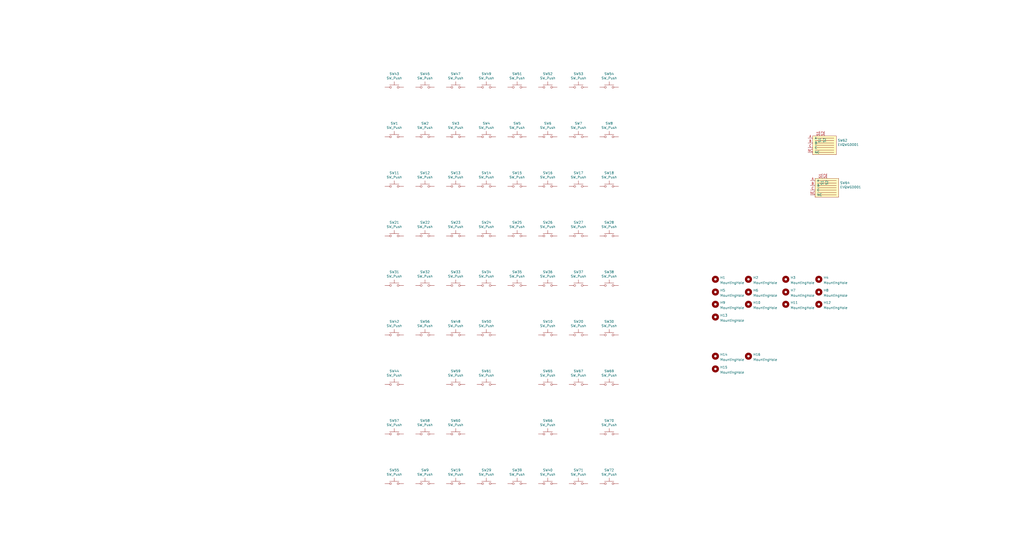
<source format=kicad_sch>
(kicad_sch (version 20211123) (generator eeschema)

  (uuid bd1a515a-f35c-47d5-a391-7c0aeef47fed)

  (paper "User" 550.799 300.38)

  (lib_symbols
    (symbol "Mechanical:MountingHole" (pin_names (offset 1.016)) (in_bom yes) (on_board yes)
      (property "Reference" "H" (id 0) (at 0 5.08 0)
        (effects (font (size 1.27 1.27)))
      )
      (property "Value" "MountingHole" (id 1) (at 0 3.175 0)
        (effects (font (size 1.27 1.27)))
      )
      (property "Footprint" "" (id 2) (at 0 0 0)
        (effects (font (size 1.27 1.27)) hide)
      )
      (property "Datasheet" "~" (id 3) (at 0 0 0)
        (effects (font (size 1.27 1.27)) hide)
      )
      (property "ki_keywords" "mounting hole" (id 4) (at 0 0 0)
        (effects (font (size 1.27 1.27)) hide)
      )
      (property "ki_description" "Mounting Hole without connection" (id 5) (at 0 0 0)
        (effects (font (size 1.27 1.27)) hide)
      )
      (property "ki_fp_filters" "MountingHole*" (id 6) (at 0 0 0)
        (effects (font (size 1.27 1.27)) hide)
      )
      (symbol "MountingHole_0_1"
        (circle (center 0 0) (radius 1.27)
          (stroke (width 1.27) (type default) (color 0 0 0 0))
          (fill (type none))
        )
      )
    )
    (symbol "Switch:SW_Push" (pin_numbers hide) (pin_names (offset 1.016) hide) (in_bom yes) (on_board yes)
      (property "Reference" "SW" (id 0) (at 1.27 2.54 0)
        (effects (font (size 1.27 1.27)) (justify left))
      )
      (property "Value" "SW_Push" (id 1) (at 0 -1.524 0)
        (effects (font (size 1.27 1.27)))
      )
      (property "Footprint" "" (id 2) (at 0 5.08 0)
        (effects (font (size 1.27 1.27)) hide)
      )
      (property "Datasheet" "~" (id 3) (at 0 5.08 0)
        (effects (font (size 1.27 1.27)) hide)
      )
      (property "ki_keywords" "switch normally-open pushbutton push-button" (id 4) (at 0 0 0)
        (effects (font (size 1.27 1.27)) hide)
      )
      (property "ki_description" "Push button switch, generic, two pins" (id 5) (at 0 0 0)
        (effects (font (size 1.27 1.27)) hide)
      )
      (symbol "SW_Push_0_1"
        (circle (center -2.032 0) (radius 0.508)
          (stroke (width 0) (type default) (color 0 0 0 0))
          (fill (type none))
        )
        (polyline
          (pts
            (xy 0 1.27)
            (xy 0 3.048)
          )
          (stroke (width 0) (type default) (color 0 0 0 0))
          (fill (type none))
        )
        (polyline
          (pts
            (xy 2.54 1.27)
            (xy -2.54 1.27)
          )
          (stroke (width 0) (type default) (color 0 0 0 0))
          (fill (type none))
        )
        (circle (center 2.032 0) (radius 0.508)
          (stroke (width 0) (type default) (color 0 0 0 0))
          (fill (type none))
        )
        (pin passive line (at -5.08 0 0) (length 2.54)
          (name "1" (effects (font (size 1.27 1.27))))
          (number "1" (effects (font (size 1.27 1.27))))
        )
        (pin passive line (at 5.08 0 180) (length 2.54)
          (name "2" (effects (font (size 1.27 1.27))))
          (number "2" (effects (font (size 1.27 1.27))))
        )
      )
    )
    (symbol "barobord:EVQWGD001" (pin_names (offset 1.016)) (in_bom yes) (on_board yes)
      (property "Reference" "SW" (id 0) (at 3.81 6.35 0)
        (effects (font (size 1.27 1.27)))
      )
      (property "Value" "EVQWGD001" (id 1) (at 0 -8.89 0)
        (effects (font (size 1.27 1.27)))
      )
      (property "Footprint" "" (id 2) (at 0 0 0)
        (effects (font (size 1.27 1.27)) hide)
      )
      (property "Datasheet" "" (id 3) (at 0 0 0)
        (effects (font (size 1.27 1.27)) hide)
      )
      (symbol "EVQWGD001_0_1"
        (rectangle (start -6.35 3.81) (end 6.35 -6.35)
          (stroke (width 0) (type default) (color 0 0 0 0))
          (fill (type background))
        )
        (polyline
          (pts
            (xy -5.08 -5.08)
            (xy 5.08 -5.08)
          )
          (stroke (width 0) (type default) (color 0 0 0 0))
          (fill (type none))
        )
        (polyline
          (pts
            (xy -5.08 -3.81)
            (xy 5.08 -3.81)
          )
          (stroke (width 0) (type default) (color 0 0 0 0))
          (fill (type none))
        )
        (polyline
          (pts
            (xy -5.08 -2.54)
            (xy 5.08 -2.54)
          )
          (stroke (width 0) (type default) (color 0 0 0 0))
          (fill (type none))
        )
        (polyline
          (pts
            (xy -5.08 -1.27)
            (xy 5.08 -1.27)
          )
          (stroke (width 0) (type default) (color 0 0 0 0))
          (fill (type none))
        )
        (polyline
          (pts
            (xy -5.08 0)
            (xy 5.08 0)
          )
          (stroke (width 0) (type default) (color 0 0 0 0))
          (fill (type none))
        )
        (polyline
          (pts
            (xy -5.08 1.27)
            (xy 5.08 1.27)
          )
          (stroke (width 0) (type default) (color 0 0 0 0))
          (fill (type none))
        )
        (polyline
          (pts
            (xy -5.08 2.54)
            (xy 5.08 2.54)
          )
          (stroke (width 0) (type default) (color 0 0 0 0))
          (fill (type none))
        )
      )
      (symbol "EVQWGD001_1_1"
        (pin output line (at -8.89 2.54 0) (length 2.54)
          (name "A" (effects (font (size 1.27 1.27))))
          (number "A" (effects (font (size 1.27 1.27))))
        )
        (pin output line (at -8.89 0 0) (length 2.54)
          (name "B" (effects (font (size 1.27 1.27))))
          (number "B" (effects (font (size 1.27 1.27))))
        )
        (pin passive line (at -8.89 -2.54 0) (length 2.54)
          (name "C" (effects (font (size 1.27 1.27))))
          (number "C" (effects (font (size 1.27 1.27))))
        )
        (pin unspecified line (at -8.89 -5.08 0) (length 2.54)
          (name "NC" (effects (font (size 1.27 1.27))))
          (number "NC" (effects (font (size 1.27 1.27))))
        )
        (pin output line (at -2.54 6.35 270) (length 2.54)
          (name "S1" (effects (font (size 1.27 1.27))))
          (number "S1" (effects (font (size 1.27 1.27))))
        )
        (pin output line (at 0 6.35 270) (length 2.54)
          (name "S2" (effects (font (size 1.27 1.27))))
          (number "S2" (effects (font (size 1.27 1.27))))
        )
      )
    )
  )


  (symbol (lib_id "Switch:SW_Push") (at 212.09 73.66 0) (unit 1)
    (in_bom yes) (on_board yes)
    (uuid 00000000-0000-0000-0000-000060ed53a1)
    (property "Reference" "SW1" (id 0) (at 212.09 66.421 0))
    (property "Value" "SW_Push" (id 1) (at 212.09 68.7324 0))
    (property "Footprint" "fingerpunch-plates:switch-cutout-mx" (id 2) (at 212.09 68.58 0)
      (effects (font (size 1.27 1.27)) hide)
    )
    (property "Datasheet" "~" (id 3) (at 212.09 68.58 0)
      (effects (font (size 1.27 1.27)) hide)
    )
    (pin "1" (uuid 5ae57012-51ce-4d66-bca0-2084b45cf5f0))
    (pin "2" (uuid 19ccb670-5668-4e29-b835-23783f6217ea))
  )

  (symbol (lib_id "Switch:SW_Push") (at 228.6 73.66 0) (unit 1)
    (in_bom yes) (on_board yes)
    (uuid 00000000-0000-0000-0000-000060ee975d)
    (property "Reference" "SW2" (id 0) (at 228.6 66.421 0))
    (property "Value" "SW_Push" (id 1) (at 228.6 68.7324 0))
    (property "Footprint" "fingerpunch-plates:switch-cutout-mx" (id 2) (at 228.6 68.58 0)
      (effects (font (size 1.27 1.27)) hide)
    )
    (property "Datasheet" "~" (id 3) (at 228.6 68.58 0)
      (effects (font (size 1.27 1.27)) hide)
    )
    (pin "1" (uuid 14868ea0-a602-4d81-a323-2a9c21f1e883))
    (pin "2" (uuid a48f89b9-db71-4d9c-b78e-ab1790c0f4ce))
  )

  (symbol (lib_id "Switch:SW_Push") (at 245.11 73.66 0) (unit 1)
    (in_bom yes) (on_board yes)
    (uuid 00000000-0000-0000-0000-000060eed265)
    (property "Reference" "SW3" (id 0) (at 245.11 66.421 0))
    (property "Value" "SW_Push" (id 1) (at 245.11 68.7324 0))
    (property "Footprint" "fingerpunch-plates:switch-cutout-mx" (id 2) (at 245.11 68.58 0)
      (effects (font (size 1.27 1.27)) hide)
    )
    (property "Datasheet" "~" (id 3) (at 245.11 68.58 0)
      (effects (font (size 1.27 1.27)) hide)
    )
    (pin "1" (uuid 8681a1c0-67db-4247-9b9f-e63617e5c82b))
    (pin "2" (uuid e1a59803-3326-479d-b40d-5cf23a4bd5db))
  )

  (symbol (lib_id "Switch:SW_Push") (at 261.62 73.66 0) (unit 1)
    (in_bom yes) (on_board yes)
    (uuid 00000000-0000-0000-0000-000060eed275)
    (property "Reference" "SW4" (id 0) (at 261.62 66.421 0))
    (property "Value" "SW_Push" (id 1) (at 261.62 68.7324 0))
    (property "Footprint" "fingerpunch-plates:switch-cutout-mx" (id 2) (at 261.62 68.58 0)
      (effects (font (size 1.27 1.27)) hide)
    )
    (property "Datasheet" "~" (id 3) (at 261.62 68.58 0)
      (effects (font (size 1.27 1.27)) hide)
    )
    (pin "1" (uuid e95cd8a2-7e8d-4844-b830-6c7d49490628))
    (pin "2" (uuid 34bbbb93-2dc9-434b-be81-168e8e3c6649))
  )

  (symbol (lib_id "Switch:SW_Push") (at 278.13 73.66 0) (unit 1)
    (in_bom yes) (on_board yes)
    (uuid 00000000-0000-0000-0000-000060ef09f2)
    (property "Reference" "SW5" (id 0) (at 278.13 66.421 0))
    (property "Value" "SW_Push" (id 1) (at 278.13 68.7324 0))
    (property "Footprint" "fingerpunch-plates:switch-cutout-mx" (id 2) (at 278.13 68.58 0)
      (effects (font (size 1.27 1.27)) hide)
    )
    (property "Datasheet" "~" (id 3) (at 278.13 68.58 0)
      (effects (font (size 1.27 1.27)) hide)
    )
    (pin "1" (uuid 2a66bdd9-8d39-4483-9e0e-da36fc73e81f))
    (pin "2" (uuid b8e4a27c-89c8-44f9-964a-aabc1dbbab0c))
  )

  (symbol (lib_id "Switch:SW_Push") (at 294.64 73.66 0) (unit 1)
    (in_bom yes) (on_board yes)
    (uuid 00000000-0000-0000-0000-000060ef0a02)
    (property "Reference" "SW6" (id 0) (at 294.64 66.421 0))
    (property "Value" "SW_Push" (id 1) (at 294.64 68.7324 0))
    (property "Footprint" "fingerpunch-plates:switch-cutout-mx" (id 2) (at 294.64 68.58 0)
      (effects (font (size 1.27 1.27)) hide)
    )
    (property "Datasheet" "~" (id 3) (at 294.64 68.58 0)
      (effects (font (size 1.27 1.27)) hide)
    )
    (pin "1" (uuid 7af9c542-9fd6-4924-ba22-c8ff36ea5943))
    (pin "2" (uuid 109cdc50-8b27-42b8-8467-6c1e27fef058))
  )

  (symbol (lib_id "Switch:SW_Push") (at 212.09 100.33 0) (unit 1)
    (in_bom yes) (on_board yes)
    (uuid 00000000-0000-0000-0000-000060ef4e18)
    (property "Reference" "SW11" (id 0) (at 212.09 93.091 0))
    (property "Value" "SW_Push" (id 1) (at 212.09 95.4024 0))
    (property "Footprint" "fingerpunch-plates:switch-cutout-mx" (id 2) (at 212.09 95.25 0)
      (effects (font (size 1.27 1.27)) hide)
    )
    (property "Datasheet" "~" (id 3) (at 212.09 95.25 0)
      (effects (font (size 1.27 1.27)) hide)
    )
    (pin "1" (uuid cf0f9a29-fb03-4192-94be-08f4a435b9ca))
    (pin "2" (uuid 52e2d47c-830b-456e-9e73-01cb6fd40b47))
  )

  (symbol (lib_id "Switch:SW_Push") (at 228.6 100.33 0) (unit 1)
    (in_bom yes) (on_board yes)
    (uuid 00000000-0000-0000-0000-000060ef4e28)
    (property "Reference" "SW12" (id 0) (at 228.6 93.091 0))
    (property "Value" "SW_Push" (id 1) (at 228.6 95.4024 0))
    (property "Footprint" "fingerpunch-plates:switch-cutout-mx" (id 2) (at 228.6 95.25 0)
      (effects (font (size 1.27 1.27)) hide)
    )
    (property "Datasheet" "~" (id 3) (at 228.6 95.25 0)
      (effects (font (size 1.27 1.27)) hide)
    )
    (pin "1" (uuid ad7cfc78-c190-434c-9213-48aa26b5280b))
    (pin "2" (uuid b86d89f5-e020-4fdb-b51c-f3dc74a1f3c4))
  )

  (symbol (lib_id "Switch:SW_Push") (at 245.11 100.33 0) (unit 1)
    (in_bom yes) (on_board yes)
    (uuid 00000000-0000-0000-0000-000060ef914b)
    (property "Reference" "SW13" (id 0) (at 245.11 93.091 0))
    (property "Value" "SW_Push" (id 1) (at 245.11 95.4024 0))
    (property "Footprint" "fingerpunch-plates:switch-cutout-mx" (id 2) (at 245.11 95.25 0)
      (effects (font (size 1.27 1.27)) hide)
    )
    (property "Datasheet" "~" (id 3) (at 245.11 95.25 0)
      (effects (font (size 1.27 1.27)) hide)
    )
    (pin "1" (uuid c2a55bf3-20b5-44f0-8f23-ae9a2e3acc23))
    (pin "2" (uuid 2a0f53a2-f312-4670-ac85-96807affa62d))
  )

  (symbol (lib_id "Switch:SW_Push") (at 261.62 100.33 0) (unit 1)
    (in_bom yes) (on_board yes)
    (uuid 00000000-0000-0000-0000-000060ef915b)
    (property "Reference" "SW14" (id 0) (at 261.62 93.091 0))
    (property "Value" "SW_Push" (id 1) (at 261.62 95.4024 0))
    (property "Footprint" "fingerpunch-plates:switch-cutout-mx" (id 2) (at 261.62 95.25 0)
      (effects (font (size 1.27 1.27)) hide)
    )
    (property "Datasheet" "~" (id 3) (at 261.62 95.25 0)
      (effects (font (size 1.27 1.27)) hide)
    )
    (pin "1" (uuid 098af292-5818-459a-839e-29ab76535d90))
    (pin "2" (uuid 17d8a238-0358-4b18-9318-cebc4c8a9ded))
  )

  (symbol (lib_id "Switch:SW_Push") (at 278.13 100.33 0) (unit 1)
    (in_bom yes) (on_board yes)
    (uuid 00000000-0000-0000-0000-000060efe98f)
    (property "Reference" "SW15" (id 0) (at 278.13 93.091 0))
    (property "Value" "SW_Push" (id 1) (at 278.13 95.4024 0))
    (property "Footprint" "fingerpunch-plates:switch-cutout-mx" (id 2) (at 278.13 95.25 0)
      (effects (font (size 1.27 1.27)) hide)
    )
    (property "Datasheet" "~" (id 3) (at 278.13 95.25 0)
      (effects (font (size 1.27 1.27)) hide)
    )
    (pin "1" (uuid 74856fbb-d73a-4c44-bb11-65127521df7f))
    (pin "2" (uuid 4065816e-4781-41a6-872f-d62deab015e1))
  )

  (symbol (lib_id "Switch:SW_Push") (at 294.64 100.33 0) (unit 1)
    (in_bom yes) (on_board yes)
    (uuid 00000000-0000-0000-0000-000060efe99f)
    (property "Reference" "SW16" (id 0) (at 294.64 93.091 0))
    (property "Value" "SW_Push" (id 1) (at 294.64 95.4024 0))
    (property "Footprint" "fingerpunch-plates:switch-cutout-mx" (id 2) (at 294.64 95.25 0)
      (effects (font (size 1.27 1.27)) hide)
    )
    (property "Datasheet" "~" (id 3) (at 294.64 95.25 0)
      (effects (font (size 1.27 1.27)) hide)
    )
    (pin "1" (uuid 61d7edd6-e617-44b7-8ede-104b2af43d26))
    (pin "2" (uuid 4e8ebe59-1cfa-4805-9352-228ccdb1548c))
  )

  (symbol (lib_id "Switch:SW_Push") (at 212.09 127 0) (unit 1)
    (in_bom yes) (on_board yes)
    (uuid 00000000-0000-0000-0000-000060f037b7)
    (property "Reference" "SW21" (id 0) (at 212.09 119.761 0))
    (property "Value" "SW_Push" (id 1) (at 212.09 122.0724 0))
    (property "Footprint" "fingerpunch-plates:switch-cutout-mx" (id 2) (at 212.09 121.92 0)
      (effects (font (size 1.27 1.27)) hide)
    )
    (property "Datasheet" "~" (id 3) (at 212.09 121.92 0)
      (effects (font (size 1.27 1.27)) hide)
    )
    (pin "1" (uuid 92ee6a41-c5f0-4193-bc4f-c1f08e916967))
    (pin "2" (uuid 8f028e80-14cc-49b6-96bd-ff54a0388f1b))
  )

  (symbol (lib_id "Switch:SW_Push") (at 228.6 127 0) (unit 1)
    (in_bom yes) (on_board yes)
    (uuid 00000000-0000-0000-0000-000060f037c7)
    (property "Reference" "SW22" (id 0) (at 228.6 119.761 0))
    (property "Value" "SW_Push" (id 1) (at 228.6 122.0724 0))
    (property "Footprint" "fingerpunch-plates:switch-cutout-mx" (id 2) (at 228.6 121.92 0)
      (effects (font (size 1.27 1.27)) hide)
    )
    (property "Datasheet" "~" (id 3) (at 228.6 121.92 0)
      (effects (font (size 1.27 1.27)) hide)
    )
    (pin "1" (uuid 551e819e-a3a1-4f97-9ea7-268e65b12145))
    (pin "2" (uuid 0743c1ab-03ff-4975-b08c-1dd02b1653fe))
  )

  (symbol (lib_id "Switch:SW_Push") (at 245.11 127 0) (unit 1)
    (in_bom yes) (on_board yes)
    (uuid 00000000-0000-0000-0000-000060f08376)
    (property "Reference" "SW23" (id 0) (at 245.11 119.761 0))
    (property "Value" "SW_Push" (id 1) (at 245.11 122.0724 0))
    (property "Footprint" "fingerpunch-plates:switch-cutout-mx" (id 2) (at 245.11 121.92 0)
      (effects (font (size 1.27 1.27)) hide)
    )
    (property "Datasheet" "~" (id 3) (at 245.11 121.92 0)
      (effects (font (size 1.27 1.27)) hide)
    )
    (pin "1" (uuid 19523960-b441-4987-8ef0-75cd10ba5510))
    (pin "2" (uuid 8d598730-35a5-499f-b0ca-b1895e64cffb))
  )

  (symbol (lib_id "Switch:SW_Push") (at 261.62 127 0) (unit 1)
    (in_bom yes) (on_board yes)
    (uuid 00000000-0000-0000-0000-000060f08386)
    (property "Reference" "SW24" (id 0) (at 261.62 119.761 0))
    (property "Value" "SW_Push" (id 1) (at 261.62 122.0724 0))
    (property "Footprint" "fingerpunch-plates:switch-cutout-mx" (id 2) (at 261.62 121.92 0)
      (effects (font (size 1.27 1.27)) hide)
    )
    (property "Datasheet" "~" (id 3) (at 261.62 121.92 0)
      (effects (font (size 1.27 1.27)) hide)
    )
    (pin "1" (uuid 8bb737fc-d71b-42aa-bc08-964ec93d8524))
    (pin "2" (uuid 0b251d52-7f70-4f7a-bd79-0dd6768413b2))
  )

  (symbol (lib_id "Switch:SW_Push") (at 278.13 127 0) (unit 1)
    (in_bom yes) (on_board yes)
    (uuid 00000000-0000-0000-0000-000060f0de0f)
    (property "Reference" "SW25" (id 0) (at 278.13 119.761 0))
    (property "Value" "SW_Push" (id 1) (at 278.13 122.0724 0))
    (property "Footprint" "fingerpunch-plates:switch-cutout-mx" (id 2) (at 278.13 121.92 0)
      (effects (font (size 1.27 1.27)) hide)
    )
    (property "Datasheet" "~" (id 3) (at 278.13 121.92 0)
      (effects (font (size 1.27 1.27)) hide)
    )
    (pin "1" (uuid e4e13ab7-7ac8-43ab-85b9-21fc58124a08))
    (pin "2" (uuid 442495ba-2cf8-47c1-98be-901ffd0365ca))
  )

  (symbol (lib_id "Switch:SW_Push") (at 294.64 127 0) (unit 1)
    (in_bom yes) (on_board yes)
    (uuid 00000000-0000-0000-0000-000060f0de1f)
    (property "Reference" "SW26" (id 0) (at 294.64 119.761 0))
    (property "Value" "SW_Push" (id 1) (at 294.64 122.0724 0))
    (property "Footprint" "fingerpunch-plates:switch-cutout-mx" (id 2) (at 294.64 121.92 0)
      (effects (font (size 1.27 1.27)) hide)
    )
    (property "Datasheet" "~" (id 3) (at 294.64 121.92 0)
      (effects (font (size 1.27 1.27)) hide)
    )
    (pin "1" (uuid c246a09c-64aa-4397-a28c-806a2e94321b))
    (pin "2" (uuid 8e42af9e-b162-46ca-b708-59dcd6ee8771))
  )

  (symbol (lib_id "Switch:SW_Push") (at 212.09 153.67 0) (unit 1)
    (in_bom yes) (on_board yes)
    (uuid 00000000-0000-0000-0000-000060f13609)
    (property "Reference" "SW31" (id 0) (at 212.09 146.431 0))
    (property "Value" "SW_Push" (id 1) (at 212.09 148.7424 0))
    (property "Footprint" "fingerpunch-plates:switch-cutout-mx" (id 2) (at 212.09 148.59 0)
      (effects (font (size 1.27 1.27)) hide)
    )
    (property "Datasheet" "~" (id 3) (at 212.09 148.59 0)
      (effects (font (size 1.27 1.27)) hide)
    )
    (pin "1" (uuid b778b949-2264-45c6-9d38-860c9f9e8304))
    (pin "2" (uuid 29450a95-2e24-4bd7-910e-24ae7209d2a8))
  )

  (symbol (lib_id "Switch:SW_Push") (at 228.6 153.67 0) (unit 1)
    (in_bom yes) (on_board yes)
    (uuid 00000000-0000-0000-0000-000060f13619)
    (property "Reference" "SW32" (id 0) (at 228.6 146.431 0))
    (property "Value" "SW_Push" (id 1) (at 228.6 148.7424 0))
    (property "Footprint" "fingerpunch-plates:switch-cutout-mx" (id 2) (at 228.6 148.59 0)
      (effects (font (size 1.27 1.27)) hide)
    )
    (property "Datasheet" "~" (id 3) (at 228.6 148.59 0)
      (effects (font (size 1.27 1.27)) hide)
    )
    (pin "1" (uuid 763cb883-d4fe-40f1-9052-d9d47f52cfe2))
    (pin "2" (uuid 12dab461-a5c5-4212-a2b5-70fbe1fdb91b))
  )

  (symbol (lib_id "Switch:SW_Push") (at 245.11 153.67 0) (unit 1)
    (in_bom yes) (on_board yes)
    (uuid 00000000-0000-0000-0000-000060f1885d)
    (property "Reference" "SW33" (id 0) (at 245.11 146.431 0))
    (property "Value" "SW_Push" (id 1) (at 245.11 148.7424 0))
    (property "Footprint" "fingerpunch-plates:switch-cutout-mx" (id 2) (at 245.11 148.59 0)
      (effects (font (size 1.27 1.27)) hide)
    )
    (property "Datasheet" "~" (id 3) (at 245.11 148.59 0)
      (effects (font (size 1.27 1.27)) hide)
    )
    (pin "1" (uuid f2e4811e-aef3-4fb9-928d-e923392c8567))
    (pin "2" (uuid 51ad97f4-d174-4115-a71a-292169b3bf40))
  )

  (symbol (lib_id "Switch:SW_Push") (at 261.62 153.67 0) (unit 1)
    (in_bom yes) (on_board yes)
    (uuid 00000000-0000-0000-0000-000060f1886d)
    (property "Reference" "SW34" (id 0) (at 261.62 146.431 0))
    (property "Value" "SW_Push" (id 1) (at 261.62 148.7424 0))
    (property "Footprint" "fingerpunch-plates:switch-cutout-mx" (id 2) (at 261.62 148.59 0)
      (effects (font (size 1.27 1.27)) hide)
    )
    (property "Datasheet" "~" (id 3) (at 261.62 148.59 0)
      (effects (font (size 1.27 1.27)) hide)
    )
    (pin "1" (uuid ee78737e-07e8-4f92-be50-68aa3b6070af))
    (pin "2" (uuid e754eb12-a7c7-4206-9892-892b849db541))
  )

  (symbol (lib_id "Switch:SW_Push") (at 278.13 153.67 0) (unit 1)
    (in_bom yes) (on_board yes)
    (uuid 00000000-0000-0000-0000-000060f1dd2d)
    (property "Reference" "SW35" (id 0) (at 278.13 146.431 0))
    (property "Value" "SW_Push" (id 1) (at 278.13 148.7424 0))
    (property "Footprint" "fingerpunch-plates:switch-cutout-mx" (id 2) (at 278.13 148.59 0)
      (effects (font (size 1.27 1.27)) hide)
    )
    (property "Datasheet" "~" (id 3) (at 278.13 148.59 0)
      (effects (font (size 1.27 1.27)) hide)
    )
    (pin "1" (uuid 7ca25c87-a2ba-4134-a262-08d8673c47d5))
    (pin "2" (uuid 318134b4-c667-4819-a21e-cb4d7959b206))
  )

  (symbol (lib_id "Switch:SW_Push") (at 294.64 153.67 0) (unit 1)
    (in_bom yes) (on_board yes)
    (uuid 00000000-0000-0000-0000-000060f1dd3d)
    (property "Reference" "SW36" (id 0) (at 294.64 146.431 0))
    (property "Value" "SW_Push" (id 1) (at 294.64 148.7424 0))
    (property "Footprint" "fingerpunch-plates:switch-cutout-mx" (id 2) (at 294.64 148.59 0)
      (effects (font (size 1.27 1.27)) hide)
    )
    (property "Datasheet" "~" (id 3) (at 294.64 148.59 0)
      (effects (font (size 1.27 1.27)) hide)
    )
    (pin "1" (uuid 4054ecfa-5dac-4b21-a899-c87f030811bc))
    (pin "2" (uuid abc1270f-e565-4aae-8bed-fe80ce10ae83))
  )

  (symbol (lib_id "Switch:SW_Push") (at 311.15 73.66 0) (unit 1)
    (in_bom yes) (on_board yes)
    (uuid 00000000-0000-0000-0000-000060f79c1f)
    (property "Reference" "SW7" (id 0) (at 311.15 66.421 0))
    (property "Value" "SW_Push" (id 1) (at 311.15 68.7324 0))
    (property "Footprint" "fingerpunch-plates:switch-cutout-mx" (id 2) (at 311.15 68.58 0)
      (effects (font (size 1.27 1.27)) hide)
    )
    (property "Datasheet" "~" (id 3) (at 311.15 68.58 0)
      (effects (font (size 1.27 1.27)) hide)
    )
    (pin "1" (uuid 16473460-f314-468b-8e8f-fa0ec6c29dcb))
    (pin "2" (uuid 46fb18ea-d52b-4993-af6f-e1105cfc7983))
  )

  (symbol (lib_id "Switch:SW_Push") (at 311.15 100.33 0) (unit 1)
    (in_bom yes) (on_board yes)
    (uuid 00000000-0000-0000-0000-000060f79c2f)
    (property "Reference" "SW17" (id 0) (at 311.15 93.091 0))
    (property "Value" "SW_Push" (id 1) (at 311.15 95.4024 0))
    (property "Footprint" "fingerpunch-plates:switch-cutout-mx" (id 2) (at 311.15 95.25 0)
      (effects (font (size 1.27 1.27)) hide)
    )
    (property "Datasheet" "~" (id 3) (at 311.15 95.25 0)
      (effects (font (size 1.27 1.27)) hide)
    )
    (pin "1" (uuid 7b74f1c6-7800-42bb-86a6-590539e2514b))
    (pin "2" (uuid c7909175-819b-4de8-810d-7a69c277daf6))
  )

  (symbol (lib_id "Switch:SW_Push") (at 311.15 127 0) (unit 1)
    (in_bom yes) (on_board yes)
    (uuid 00000000-0000-0000-0000-000060f79c3f)
    (property "Reference" "SW27" (id 0) (at 311.15 119.761 0))
    (property "Value" "SW_Push" (id 1) (at 311.15 122.0724 0))
    (property "Footprint" "fingerpunch-plates:switch-cutout-mx" (id 2) (at 311.15 121.92 0)
      (effects (font (size 1.27 1.27)) hide)
    )
    (property "Datasheet" "~" (id 3) (at 311.15 121.92 0)
      (effects (font (size 1.27 1.27)) hide)
    )
    (pin "1" (uuid 1104701e-075d-4911-bc1b-30910d64148e))
    (pin "2" (uuid 9785f758-72a8-407b-8237-ac7d216fbe1d))
  )

  (symbol (lib_id "Switch:SW_Push") (at 311.15 153.67 0) (unit 1)
    (in_bom yes) (on_board yes)
    (uuid 00000000-0000-0000-0000-000060f79c4f)
    (property "Reference" "SW37" (id 0) (at 311.15 146.431 0))
    (property "Value" "SW_Push" (id 1) (at 311.15 148.7424 0))
    (property "Footprint" "fingerpunch-plates:switch-cutout-mx" (id 2) (at 311.15 148.59 0)
      (effects (font (size 1.27 1.27)) hide)
    )
    (property "Datasheet" "~" (id 3) (at 311.15 148.59 0)
      (effects (font (size 1.27 1.27)) hide)
    )
    (pin "1" (uuid cb0b113f-e91e-4c6c-8da2-b4853157fa94))
    (pin "2" (uuid 9a9721c4-ef37-4bad-877a-01fa5827d692))
  )

  (symbol (lib_id "Switch:SW_Push") (at 327.66 73.66 0) (unit 1)
    (in_bom yes) (on_board yes)
    (uuid 00000000-0000-0000-0000-000060fba94a)
    (property "Reference" "SW8" (id 0) (at 327.66 66.421 0))
    (property "Value" "SW_Push" (id 1) (at 327.66 68.7324 0))
    (property "Footprint" "fingerpunch-plates:switch-cutout-mx" (id 2) (at 327.66 68.58 0)
      (effects (font (size 1.27 1.27)) hide)
    )
    (property "Datasheet" "~" (id 3) (at 327.66 68.58 0)
      (effects (font (size 1.27 1.27)) hide)
    )
    (pin "1" (uuid 381ff17a-99ad-4faf-9389-e1e56a0b0e7b))
    (pin "2" (uuid ee766b30-82fc-465d-b3dc-1503eb1d6d0d))
  )

  (symbol (lib_id "Switch:SW_Push") (at 327.66 100.33 0) (unit 1)
    (in_bom yes) (on_board yes)
    (uuid 00000000-0000-0000-0000-000060fba959)
    (property "Reference" "SW18" (id 0) (at 327.66 93.091 0))
    (property "Value" "SW_Push" (id 1) (at 327.66 95.4024 0))
    (property "Footprint" "fingerpunch-plates:switch-cutout-mx" (id 2) (at 327.66 95.25 0)
      (effects (font (size 1.27 1.27)) hide)
    )
    (property "Datasheet" "~" (id 3) (at 327.66 95.25 0)
      (effects (font (size 1.27 1.27)) hide)
    )
    (pin "1" (uuid 07a9f6ed-ca9e-4526-b95f-d7487693fe67))
    (pin "2" (uuid 67174af9-75af-498b-8eef-a2884f966ba3))
  )

  (symbol (lib_id "Switch:SW_Push") (at 327.66 127 0) (unit 1)
    (in_bom yes) (on_board yes)
    (uuid 00000000-0000-0000-0000-000060fba968)
    (property "Reference" "SW28" (id 0) (at 327.66 119.761 0))
    (property "Value" "SW_Push" (id 1) (at 327.66 122.0724 0))
    (property "Footprint" "fingerpunch-plates:switch-cutout-mx" (id 2) (at 327.66 121.92 0)
      (effects (font (size 1.27 1.27)) hide)
    )
    (property "Datasheet" "~" (id 3) (at 327.66 121.92 0)
      (effects (font (size 1.27 1.27)) hide)
    )
    (pin "1" (uuid b26a2117-fb54-4d32-86cf-55ca500ba9e4))
    (pin "2" (uuid f521aeef-f37b-4976-8d44-ffb93b673ba2))
  )

  (symbol (lib_id "Switch:SW_Push") (at 327.66 153.67 0) (unit 1)
    (in_bom yes) (on_board yes)
    (uuid 00000000-0000-0000-0000-000060fba977)
    (property "Reference" "SW38" (id 0) (at 327.66 146.431 0))
    (property "Value" "SW_Push" (id 1) (at 327.66 148.7424 0))
    (property "Footprint" "fingerpunch-plates:switch-cutout-mx" (id 2) (at 327.66 148.59 0)
      (effects (font (size 1.27 1.27)) hide)
    )
    (property "Datasheet" "~" (id 3) (at 327.66 148.59 0)
      (effects (font (size 1.27 1.27)) hide)
    )
    (pin "1" (uuid 0637c561-2995-4e3a-b6df-9fe24500be58))
    (pin "2" (uuid be645469-0135-4d51-9236-bb6ed7c141ee))
  )

  (symbol (lib_id "Switch:SW_Push") (at 228.6 260.35 0) (unit 1)
    (in_bom yes) (on_board yes)
    (uuid 00000000-0000-0000-0000-000060fd786b)
    (property "Reference" "SW9" (id 0) (at 228.6 253.111 0))
    (property "Value" "SW_Push" (id 1) (at 228.6 255.4224 0))
    (property "Footprint" "fingerpunch-plates:switch-cutout-mx" (id 2) (at 228.6 255.27 0)
      (effects (font (size 1.27 1.27)) hide)
    )
    (property "Datasheet" "~" (id 3) (at 228.6 255.27 0)
      (effects (font (size 1.27 1.27)) hide)
    )
    (pin "1" (uuid d97056c1-4c44-4cb8-abe5-6b071629acc6))
    (pin "2" (uuid 22906027-f0a9-4841-a164-7f8f9c697006))
  )

  (symbol (lib_id "Switch:SW_Push") (at 245.11 260.35 0) (unit 1)
    (in_bom yes) (on_board yes)
    (uuid 00000000-0000-0000-0000-000060fd787a)
    (property "Reference" "SW19" (id 0) (at 245.11 253.111 0))
    (property "Value" "SW_Push" (id 1) (at 245.11 255.4224 0))
    (property "Footprint" "fingerpunch-plates:switch-cutout-mx" (id 2) (at 245.11 255.27 0)
      (effects (font (size 1.27 1.27)) hide)
    )
    (property "Datasheet" "~" (id 3) (at 245.11 255.27 0)
      (effects (font (size 1.27 1.27)) hide)
    )
    (pin "1" (uuid 602db505-7b38-44d2-9862-19f56f8f3711))
    (pin "2" (uuid c722d642-4822-4510-aaae-521ccb7bac33))
  )

  (symbol (lib_id "Switch:SW_Push") (at 261.62 260.35 0) (unit 1)
    (in_bom yes) (on_board yes)
    (uuid 00000000-0000-0000-0000-000060fd7889)
    (property "Reference" "SW29" (id 0) (at 261.62 253.111 0))
    (property "Value" "SW_Push" (id 1) (at 261.62 255.4224 0))
    (property "Footprint" "fingerpunch-plates:switch-cutout-mx" (id 2) (at 261.62 255.27 0)
      (effects (font (size 1.27 1.27)) hide)
    )
    (property "Datasheet" "~" (id 3) (at 261.62 255.27 0)
      (effects (font (size 1.27 1.27)) hide)
    )
    (pin "1" (uuid 0909fa62-d2ed-4991-b5ca-f0fa60404f96))
    (pin "2" (uuid 56558d4e-0241-43b3-ac11-9054acd13c68))
  )

  (symbol (lib_id "Switch:SW_Push") (at 278.13 260.35 0) (unit 1)
    (in_bom yes) (on_board yes)
    (uuid 00000000-0000-0000-0000-000060fd7898)
    (property "Reference" "SW39" (id 0) (at 278.13 253.111 0))
    (property "Value" "SW_Push" (id 1) (at 278.13 255.4224 0))
    (property "Footprint" "fingerpunch-plates:switch-cutout-mx" (id 2) (at 278.13 255.27 0)
      (effects (font (size 1.27 1.27)) hide)
    )
    (property "Datasheet" "~" (id 3) (at 278.13 255.27 0)
      (effects (font (size 1.27 1.27)) hide)
    )
    (pin "1" (uuid e01a063e-349e-42a2-a35b-2c580174878c))
    (pin "2" (uuid 5a493498-7d0a-4ed8-84f1-e7df9fec14ca))
  )

  (symbol (lib_id "Switch:SW_Push") (at 294.64 180.34 0) (unit 1)
    (in_bom yes) (on_board yes)
    (uuid 00000000-0000-0000-0000-000060fe2b11)
    (property "Reference" "SW10" (id 0) (at 294.64 173.101 0))
    (property "Value" "SW_Push" (id 1) (at 294.64 175.4124 0))
    (property "Footprint" "fingerpunch-plates:switch-cutout-mx" (id 2) (at 294.64 175.26 0)
      (effects (font (size 1.27 1.27)) hide)
    )
    (property "Datasheet" "~" (id 3) (at 294.64 175.26 0)
      (effects (font (size 1.27 1.27)) hide)
    )
    (pin "1" (uuid 3a6d0159-a3cd-4a80-94f6-ab98735a5db9))
    (pin "2" (uuid 5dadeffd-d58d-4d6c-bd2d-952d3d8ecff2))
  )

  (symbol (lib_id "Switch:SW_Push") (at 311.15 180.34 0) (unit 1)
    (in_bom yes) (on_board yes)
    (uuid 00000000-0000-0000-0000-000060fe2b20)
    (property "Reference" "SW20" (id 0) (at 311.15 173.101 0))
    (property "Value" "SW_Push" (id 1) (at 311.15 175.4124 0))
    (property "Footprint" "fingerpunch-plates:switch-cutout-mx" (id 2) (at 311.15 175.26 0)
      (effects (font (size 1.27 1.27)) hide)
    )
    (property "Datasheet" "~" (id 3) (at 311.15 175.26 0)
      (effects (font (size 1.27 1.27)) hide)
    )
    (pin "1" (uuid 50ae23b6-561c-45db-9a28-3bbbe83a2dcb))
    (pin "2" (uuid b7a05e9d-bcf6-4449-9ba2-138733372a9a))
  )

  (symbol (lib_id "Switch:SW_Push") (at 327.66 180.34 0) (unit 1)
    (in_bom yes) (on_board yes)
    (uuid 00000000-0000-0000-0000-000060fe2b2f)
    (property "Reference" "SW30" (id 0) (at 327.66 173.101 0))
    (property "Value" "SW_Push" (id 1) (at 327.66 175.4124 0))
    (property "Footprint" "fingerpunch-plates:switch-cutout-mx" (id 2) (at 327.66 175.26 0)
      (effects (font (size 1.27 1.27)) hide)
    )
    (property "Datasheet" "~" (id 3) (at 327.66 175.26 0)
      (effects (font (size 1.27 1.27)) hide)
    )
    (pin "1" (uuid c0c3c7e5-6a53-4490-b230-d6ef75e73a26))
    (pin "2" (uuid f7057527-9c73-4cd9-ae84-525828ca1da7))
  )

  (symbol (lib_id "Switch:SW_Push") (at 294.64 260.35 0) (unit 1)
    (in_bom yes) (on_board yes)
    (uuid 00000000-0000-0000-0000-000060fe2b3e)
    (property "Reference" "SW40" (id 0) (at 294.64 253.111 0))
    (property "Value" "SW_Push" (id 1) (at 294.64 255.4224 0))
    (property "Footprint" "fingerpunch-plates:switch-cutout-mx" (id 2) (at 294.64 255.27 0)
      (effects (font (size 1.27 1.27)) hide)
    )
    (property "Datasheet" "~" (id 3) (at 294.64 255.27 0)
      (effects (font (size 1.27 1.27)) hide)
    )
    (pin "1" (uuid b38735a0-2cb1-4819-b92d-96ad616bdca7))
    (pin "2" (uuid 6bde453c-5863-459c-ab28-ab8f62c01957))
  )

  (symbol (lib_id "Switch:SW_Push") (at 261.62 180.34 0) (unit 1)
    (in_bom yes) (on_board yes)
    (uuid 00000000-0000-0000-0000-000061c5ab0c)
    (property "Reference" "SW50" (id 0) (at 261.62 173.101 0))
    (property "Value" "SW_Push" (id 1) (at 261.62 175.4124 0))
    (property "Footprint" "fingerpunch-plates:switch-cutout-mx" (id 2) (at 261.62 175.26 0)
      (effects (font (size 1.27 1.27)) hide)
    )
    (property "Datasheet" "~" (id 3) (at 261.62 175.26 0)
      (effects (font (size 1.27 1.27)) hide)
    )
    (pin "1" (uuid ea902e9b-8478-4cb9-80cb-e22a385d062a))
    (pin "2" (uuid dbbd8511-adb4-4d9e-bf5e-d4c5cec46c6d))
  )

  (symbol (lib_id "Switch:SW_Push") (at 245.11 180.34 0) (unit 1)
    (in_bom yes) (on_board yes)
    (uuid 00000000-0000-0000-0000-000061c7153b)
    (property "Reference" "SW48" (id 0) (at 245.11 173.101 0))
    (property "Value" "SW_Push" (id 1) (at 245.11 175.4124 0))
    (property "Footprint" "fingerpunch-plates:switch-cutout-mx" (id 2) (at 245.11 175.26 0)
      (effects (font (size 1.27 1.27)) hide)
    )
    (property "Datasheet" "~" (id 3) (at 245.11 175.26 0)
      (effects (font (size 1.27 1.27)) hide)
    )
    (pin "1" (uuid 5802b45d-908c-44c7-b7ac-7c0242f0a07f))
    (pin "2" (uuid ee0d7a44-ec00-41dd-8296-be13200e6519))
  )

  (symbol (lib_id "Switch:SW_Push") (at 327.66 260.35 0) (unit 1)
    (in_bom yes) (on_board yes)
    (uuid 00000000-0000-0000-0000-000061f78ad6)
    (property "Reference" "SW72" (id 0) (at 327.66 253.111 0))
    (property "Value" "SW_Push" (id 1) (at 327.66 255.4224 0))
    (property "Footprint" "fingerpunch-plates:switch-cutout-mx" (id 2) (at 327.66 255.27 0)
      (effects (font (size 1.27 1.27)) hide)
    )
    (property "Datasheet" "~" (id 3) (at 327.66 255.27 0)
      (effects (font (size 1.27 1.27)) hide)
    )
    (pin "1" (uuid d46fcfb5-3c4c-4c3f-8bfd-58dc9438deb4))
    (pin "2" (uuid 28dc4f75-b784-4e8f-b820-768da5591907))
  )

  (symbol (lib_id "Switch:SW_Push") (at 311.15 260.35 0) (unit 1)
    (in_bom yes) (on_board yes)
    (uuid 00000000-0000-0000-0000-000061f78ae5)
    (property "Reference" "SW71" (id 0) (at 311.15 253.111 0))
    (property "Value" "SW_Push" (id 1) (at 311.15 255.4224 0))
    (property "Footprint" "fingerpunch-plates:switch-cutout-mx" (id 2) (at 311.15 255.27 0)
      (effects (font (size 1.27 1.27)) hide)
    )
    (property "Datasheet" "~" (id 3) (at 311.15 255.27 0)
      (effects (font (size 1.27 1.27)) hide)
    )
    (pin "1" (uuid fc8c1efa-8dfa-49f8-bcf7-924caa123f46))
    (pin "2" (uuid b6623725-50d5-4530-b47a-9edd9b6ebcd5))
  )

  (symbol (lib_id "Switch:SW_Push") (at 327.66 233.68 0) (unit 1)
    (in_bom yes) (on_board yes)
    (uuid 00000000-0000-0000-0000-000061f78af4)
    (property "Reference" "SW70" (id 0) (at 327.66 226.441 0))
    (property "Value" "SW_Push" (id 1) (at 327.66 228.7524 0))
    (property "Footprint" "fingerpunch-plates:switch-cutout-mx" (id 2) (at 327.66 228.6 0)
      (effects (font (size 1.27 1.27)) hide)
    )
    (property "Datasheet" "~" (id 3) (at 327.66 228.6 0)
      (effects (font (size 1.27 1.27)) hide)
    )
    (pin "1" (uuid 62e2d046-52e4-46da-b366-ff7ec4a52c3a))
    (pin "2" (uuid 9e1b36d1-72d1-4b85-8c23-ca8353474a2e))
  )

  (symbol (lib_id "Switch:SW_Push") (at 327.66 207.01 0) (unit 1)
    (in_bom yes) (on_board yes)
    (uuid 00000000-0000-0000-0000-000061f78b04)
    (property "Reference" "SW69" (id 0) (at 327.66 199.771 0))
    (property "Value" "SW_Push" (id 1) (at 327.66 202.0824 0))
    (property "Footprint" "fingerpunch-plates:switch-cutout-mx" (id 2) (at 327.66 201.93 0)
      (effects (font (size 1.27 1.27)) hide)
    )
    (property "Datasheet" "~" (id 3) (at 327.66 201.93 0)
      (effects (font (size 1.27 1.27)) hide)
    )
    (pin "1" (uuid 30f20362-6139-4310-8dbd-bbcfd871d566))
    (pin "2" (uuid 299961e3-76db-4e79-96a6-cdd3e6855152))
  )

  (symbol (lib_id "Switch:SW_Push") (at 311.15 207.01 0) (unit 1)
    (in_bom yes) (on_board yes)
    (uuid 00000000-0000-0000-0000-000061f78b23)
    (property "Reference" "SW67" (id 0) (at 311.15 199.771 0))
    (property "Value" "SW_Push" (id 1) (at 311.15 202.0824 0))
    (property "Footprint" "fingerpunch-plates:switch-cutout-mx" (id 2) (at 311.15 201.93 0)
      (effects (font (size 1.27 1.27)) hide)
    )
    (property "Datasheet" "~" (id 3) (at 311.15 201.93 0)
      (effects (font (size 1.27 1.27)) hide)
    )
    (pin "1" (uuid ee64c68d-2dce-412a-aed6-719741e65e6a))
    (pin "2" (uuid 45f65777-0b1e-413f-bdc4-31ab5a816219))
  )

  (symbol (lib_id "Switch:SW_Push") (at 294.64 233.68 0) (unit 1)
    (in_bom yes) (on_board yes)
    (uuid 00000000-0000-0000-0000-000061f78b37)
    (property "Reference" "SW66" (id 0) (at 294.64 226.441 0))
    (property "Value" "SW_Push" (id 1) (at 294.64 228.7524 0))
    (property "Footprint" "fingerpunch-plates:switch-cutout-mx" (id 2) (at 294.64 228.6 0)
      (effects (font (size 1.27 1.27)) hide)
    )
    (property "Datasheet" "~" (id 3) (at 294.64 228.6 0)
      (effects (font (size 1.27 1.27)) hide)
    )
    (pin "1" (uuid a48283e0-bfb0-4005-ac2c-aade4afc4199))
    (pin "2" (uuid 8e8d1fd2-7b70-4f70-b4a4-d59746814ee5))
  )

  (symbol (lib_id "Switch:SW_Push") (at 245.11 233.68 0) (unit 1)
    (in_bom yes) (on_board yes)
    (uuid 00000000-0000-0000-0000-000061f78b60)
    (property "Reference" "SW60" (id 0) (at 245.11 226.441 0))
    (property "Value" "SW_Push" (id 1) (at 245.11 228.7524 0))
    (property "Footprint" "fingerpunch-plates:switch-cutout-mx" (id 2) (at 245.11 228.6 0)
      (effects (font (size 1.27 1.27)) hide)
    )
    (property "Datasheet" "~" (id 3) (at 245.11 228.6 0)
      (effects (font (size 1.27 1.27)) hide)
    )
    (pin "1" (uuid c67b60ed-7061-48a3-a439-180d8b94d38b))
    (pin "2" (uuid 1a3e5b60-7342-4f92-bcf9-f293307d22e2))
  )

  (symbol (lib_id "Switch:SW_Push") (at 228.6 233.68 0) (unit 1)
    (in_bom yes) (on_board yes)
    (uuid 00000000-0000-0000-0000-000061f78b6f)
    (property "Reference" "SW58" (id 0) (at 228.6 226.441 0))
    (property "Value" "SW_Push" (id 1) (at 228.6 228.7524 0))
    (property "Footprint" "fingerpunch-plates:switch-cutout-mx" (id 2) (at 228.6 228.6 0)
      (effects (font (size 1.27 1.27)) hide)
    )
    (property "Datasheet" "~" (id 3) (at 228.6 228.6 0)
      (effects (font (size 1.27 1.27)) hide)
    )
    (pin "1" (uuid fccdeda5-38eb-4b53-8c81-808970524269))
    (pin "2" (uuid ebbbcf22-f56d-4851-9b95-183c822a1125))
  )

  (symbol (lib_id "Switch:SW_Push") (at 212.09 207.01 0) (unit 1)
    (in_bom yes) (on_board yes)
    (uuid 00000000-0000-0000-0000-000061f78b75)
    (property "Reference" "SW44" (id 0) (at 212.09 199.771 0))
    (property "Value" "SW_Push" (id 1) (at 212.09 202.0824 0))
    (property "Footprint" "fingerpunch-plates:switch-cutout-mx" (id 2) (at 212.09 201.93 0)
      (effects (font (size 1.27 1.27)) hide)
    )
    (property "Datasheet" "~" (id 3) (at 212.09 201.93 0)
      (effects (font (size 1.27 1.27)) hide)
    )
    (pin "1" (uuid 940479d8-6048-4b4f-834d-540dd4ac6262))
    (pin "2" (uuid 3fe2e62e-7f1d-4f20-8172-537712650be4))
  )

  (symbol (lib_id "Switch:SW_Push") (at 294.64 207.01 0) (unit 1)
    (in_bom yes) (on_board yes)
    (uuid 00000000-0000-0000-0000-000061f78b86)
    (property "Reference" "SW65" (id 0) (at 294.64 199.771 0))
    (property "Value" "SW_Push" (id 1) (at 294.64 202.0824 0))
    (property "Footprint" "fingerpunch-plates:switch-cutout-mx" (id 2) (at 294.64 201.93 0)
      (effects (font (size 1.27 1.27)) hide)
    )
    (property "Datasheet" "~" (id 3) (at 294.64 201.93 0)
      (effects (font (size 1.27 1.27)) hide)
    )
    (pin "1" (uuid a4379c6a-ddc8-456a-9a06-ed7ec18d4bfb))
    (pin "2" (uuid bc11e956-df6b-4eb4-a841-b50ae147d926))
  )

  (symbol (lib_id "Switch:SW_Push") (at 261.62 207.01 0) (unit 1)
    (in_bom yes) (on_board yes)
    (uuid 00000000-0000-0000-0000-000061f78ba6)
    (property "Reference" "SW61" (id 0) (at 261.62 199.771 0))
    (property "Value" "SW_Push" (id 1) (at 261.62 202.0824 0))
    (property "Footprint" "fingerpunch-plates:switch-cutout-mx" (id 2) (at 261.62 201.93 0)
      (effects (font (size 1.27 1.27)) hide)
    )
    (property "Datasheet" "~" (id 3) (at 261.62 201.93 0)
      (effects (font (size 1.27 1.27)) hide)
    )
    (pin "1" (uuid 1439821c-6950-4c88-82a8-318b70f30d11))
    (pin "2" (uuid 68cfa75d-2db9-4aa5-af6f-b3cfc43be123))
  )

  (symbol (lib_id "Switch:SW_Push") (at 245.11 207.01 0) (unit 1)
    (in_bom yes) (on_board yes)
    (uuid 00000000-0000-0000-0000-000061f78bb5)
    (property "Reference" "SW59" (id 0) (at 245.11 199.771 0))
    (property "Value" "SW_Push" (id 1) (at 245.11 202.0824 0))
    (property "Footprint" "fingerpunch-plates:switch-cutout-mx" (id 2) (at 245.11 201.93 0)
      (effects (font (size 1.27 1.27)) hide)
    )
    (property "Datasheet" "~" (id 3) (at 245.11 201.93 0)
      (effects (font (size 1.27 1.27)) hide)
    )
    (pin "1" (uuid 12c495aa-0529-4499-bc35-b57a390768f2))
    (pin "2" (uuid 40b2ce03-67d6-4bf1-88d5-4ad080d5e5b5))
  )

  (symbol (lib_id "Switch:SW_Push") (at 212.09 233.68 0) (unit 1)
    (in_bom yes) (on_board yes)
    (uuid 00000000-0000-0000-0000-000061f78bc6)
    (property "Reference" "SW57" (id 0) (at 212.09 226.441 0))
    (property "Value" "SW_Push" (id 1) (at 212.09 228.7524 0))
    (property "Footprint" "fingerpunch-plates:switch-cutout-mx" (id 2) (at 212.09 228.6 0)
      (effects (font (size 1.27 1.27)) hide)
    )
    (property "Datasheet" "~" (id 3) (at 212.09 228.6 0)
      (effects (font (size 1.27 1.27)) hide)
    )
    (pin "1" (uuid 146f3227-b824-46bc-a7d6-2dc85d9b8bfa))
    (pin "2" (uuid db09e728-2cf4-4b38-a95b-bdf5214e62cf))
  )

  (symbol (lib_id "Switch:SW_Push") (at 212.09 180.34 0) (unit 1)
    (in_bom yes) (on_board yes)
    (uuid 00000000-0000-0000-0000-000061f78bce)
    (property "Reference" "SW42" (id 0) (at 212.09 173.101 0))
    (property "Value" "SW_Push" (id 1) (at 212.09 175.4124 0))
    (property "Footprint" "fingerpunch-plates:switch-cutout-mx" (id 2) (at 212.09 175.26 0)
      (effects (font (size 1.27 1.27)) hide)
    )
    (property "Datasheet" "~" (id 3) (at 212.09 175.26 0)
      (effects (font (size 1.27 1.27)) hide)
    )
    (pin "1" (uuid 41e8d691-079c-4f32-a115-0d48c9d216f2))
    (pin "2" (uuid ded279a8-bfd0-4e64-bd44-338b9d7aa50f))
  )

  (symbol (lib_id "Switch:SW_Push") (at 212.09 46.99 0) (unit 1)
    (in_bom yes) (on_board yes)
    (uuid 00000000-0000-0000-0000-00006208de30)
    (property "Reference" "SW43" (id 0) (at 212.09 39.751 0))
    (property "Value" "SW_Push" (id 1) (at 212.09 42.0624 0))
    (property "Footprint" "fingerpunch-plates:switch-cutout-mx" (id 2) (at 212.09 41.91 0)
      (effects (font (size 1.27 1.27)) hide)
    )
    (property "Datasheet" "~" (id 3) (at 212.09 41.91 0)
      (effects (font (size 1.27 1.27)) hide)
    )
    (pin "1" (uuid a1d694bf-d2d0-4a70-94cc-550b14bf8188))
    (pin "2" (uuid 3e1aa9ef-c672-4e38-99b3-e5de8abc1857))
  )

  (symbol (lib_id "Switch:SW_Push") (at 228.6 46.99 0) (unit 1)
    (in_bom yes) (on_board yes)
    (uuid 00000000-0000-0000-0000-00006208de3f)
    (property "Reference" "SW45" (id 0) (at 228.6 39.751 0))
    (property "Value" "SW_Push" (id 1) (at 228.6 42.0624 0))
    (property "Footprint" "fingerpunch-plates:switch-cutout-mx" (id 2) (at 228.6 41.91 0)
      (effects (font (size 1.27 1.27)) hide)
    )
    (property "Datasheet" "~" (id 3) (at 228.6 41.91 0)
      (effects (font (size 1.27 1.27)) hide)
    )
    (pin "1" (uuid a8bf4d72-979c-42c8-9840-94f61a20b119))
    (pin "2" (uuid a4f1d810-af2a-4716-856d-d4fdcc6b8cec))
  )

  (symbol (lib_id "Switch:SW_Push") (at 245.11 46.99 0) (unit 1)
    (in_bom yes) (on_board yes)
    (uuid 00000000-0000-0000-0000-00006208de4e)
    (property "Reference" "SW47" (id 0) (at 245.11 39.751 0))
    (property "Value" "SW_Push" (id 1) (at 245.11 42.0624 0))
    (property "Footprint" "fingerpunch-plates:switch-cutout-mx" (id 2) (at 245.11 41.91 0)
      (effects (font (size 1.27 1.27)) hide)
    )
    (property "Datasheet" "~" (id 3) (at 245.11 41.91 0)
      (effects (font (size 1.27 1.27)) hide)
    )
    (pin "1" (uuid 22138467-7086-4d83-a366-3cdb5c4d53e8))
    (pin "2" (uuid 7b617774-6dde-4acc-8e27-f83c98775706))
  )

  (symbol (lib_id "Switch:SW_Push") (at 261.62 46.99 0) (unit 1)
    (in_bom yes) (on_board yes)
    (uuid 00000000-0000-0000-0000-00006208de5d)
    (property "Reference" "SW49" (id 0) (at 261.62 39.751 0))
    (property "Value" "SW_Push" (id 1) (at 261.62 42.0624 0))
    (property "Footprint" "fingerpunch-plates:switch-cutout-mx" (id 2) (at 261.62 41.91 0)
      (effects (font (size 1.27 1.27)) hide)
    )
    (property "Datasheet" "~" (id 3) (at 261.62 41.91 0)
      (effects (font (size 1.27 1.27)) hide)
    )
    (pin "1" (uuid 1971be66-99a3-4973-a830-2e8c3dad68e8))
    (pin "2" (uuid c56d2581-873b-46f1-a5d9-0c7fe90d14a1))
  )

  (symbol (lib_id "Switch:SW_Push") (at 278.13 46.99 0) (unit 1)
    (in_bom yes) (on_board yes)
    (uuid 00000000-0000-0000-0000-00006208de6c)
    (property "Reference" "SW51" (id 0) (at 278.13 39.751 0))
    (property "Value" "SW_Push" (id 1) (at 278.13 42.0624 0))
    (property "Footprint" "fingerpunch-plates:switch-cutout-mx" (id 2) (at 278.13 41.91 0)
      (effects (font (size 1.27 1.27)) hide)
    )
    (property "Datasheet" "~" (id 3) (at 278.13 41.91 0)
      (effects (font (size 1.27 1.27)) hide)
    )
    (pin "1" (uuid 23703b28-f6e9-49af-80ee-f432f09adbf3))
    (pin "2" (uuid 1aa17ff6-6cba-40c4-b655-092cd2387ced))
  )

  (symbol (lib_id "Switch:SW_Push") (at 294.64 46.99 0) (unit 1)
    (in_bom yes) (on_board yes)
    (uuid 00000000-0000-0000-0000-00006208de7b)
    (property "Reference" "SW52" (id 0) (at 294.64 39.751 0))
    (property "Value" "SW_Push" (id 1) (at 294.64 42.0624 0))
    (property "Footprint" "fingerpunch-plates:switch-cutout-mx" (id 2) (at 294.64 41.91 0)
      (effects (font (size 1.27 1.27)) hide)
    )
    (property "Datasheet" "~" (id 3) (at 294.64 41.91 0)
      (effects (font (size 1.27 1.27)) hide)
    )
    (pin "1" (uuid 8139a4a7-1830-4cea-95d8-d9c19840d3e0))
    (pin "2" (uuid a157da2e-6108-4bef-9d07-3b2bb02e5b93))
  )

  (symbol (lib_id "Switch:SW_Push") (at 311.15 46.99 0) (unit 1)
    (in_bom yes) (on_board yes)
    (uuid 00000000-0000-0000-0000-00006208de90)
    (property "Reference" "SW53" (id 0) (at 311.15 39.751 0))
    (property "Value" "SW_Push" (id 1) (at 311.15 42.0624 0))
    (property "Footprint" "fingerpunch-plates:switch-cutout-mx" (id 2) (at 311.15 41.91 0)
      (effects (font (size 1.27 1.27)) hide)
    )
    (property "Datasheet" "~" (id 3) (at 311.15 41.91 0)
      (effects (font (size 1.27 1.27)) hide)
    )
    (pin "1" (uuid 7a589dd0-0915-45ab-817d-99de87289c17))
    (pin "2" (uuid cf4422d5-0ab6-4a29-ba6c-3826db3c37e8))
  )

  (symbol (lib_id "Switch:SW_Push") (at 327.66 46.99 0) (unit 1)
    (in_bom yes) (on_board yes)
    (uuid 00000000-0000-0000-0000-00006208dea0)
    (property "Reference" "SW54" (id 0) (at 327.66 39.751 0))
    (property "Value" "SW_Push" (id 1) (at 327.66 42.0624 0))
    (property "Footprint" "fingerpunch-plates:switch-cutout-mx" (id 2) (at 327.66 41.91 0)
      (effects (font (size 1.27 1.27)) hide)
    )
    (property "Datasheet" "~" (id 3) (at 327.66 41.91 0)
      (effects (font (size 1.27 1.27)) hide)
    )
    (pin "1" (uuid 4ac1d1be-2a45-4484-8b77-9aa302c75db9))
    (pin "2" (uuid 3e8891d0-0c90-4ddc-b3f2-08b632b08978))
  )

  (symbol (lib_id "Switch:SW_Push") (at 212.09 260.35 0) (unit 1)
    (in_bom yes) (on_board yes)
    (uuid 00000000-0000-0000-0000-00006208deb0)
    (property "Reference" "SW55" (id 0) (at 212.09 253.111 0))
    (property "Value" "SW_Push" (id 1) (at 212.09 255.4224 0))
    (property "Footprint" "fingerpunch-plates:switch-cutout-mx" (id 2) (at 212.09 255.27 0)
      (effects (font (size 1.27 1.27)) hide)
    )
    (property "Datasheet" "~" (id 3) (at 212.09 255.27 0)
      (effects (font (size 1.27 1.27)) hide)
    )
    (pin "1" (uuid cf9539e5-ead7-4eb3-83a2-eaf391507e37))
    (pin "2" (uuid dbf6d8b5-448f-405d-b8d1-f24b3f175d59))
  )

  (symbol (lib_id "Switch:SW_Push") (at 228.6 180.34 0) (unit 1)
    (in_bom yes) (on_board yes)
    (uuid 00000000-0000-0000-0000-0000621ac74b)
    (property "Reference" "SW56" (id 0) (at 228.6 173.101 0))
    (property "Value" "SW_Push" (id 1) (at 228.6 175.4124 0))
    (property "Footprint" "fingerpunch-plates:switch-cutout-mx" (id 2) (at 228.6 175.26 0)
      (effects (font (size 1.27 1.27)) hide)
    )
    (property "Datasheet" "~" (id 3) (at 228.6 175.26 0)
      (effects (font (size 1.27 1.27)) hide)
    )
    (pin "1" (uuid d49f5b22-18bf-4ec6-aa5f-dadd9019c845))
    (pin "2" (uuid d09b12e3-ff1e-4c0a-a873-e6efda2e8df3))
  )

  (symbol (lib_id "Mechanical:MountingHole") (at 422.656 163.83 0) (unit 1)
    (in_bom yes) (on_board yes) (fields_autoplaced)
    (uuid 15040131-7d8f-4c2e-963f-5a543f8135cf)
    (property "Reference" "H11" (id 0) (at 425.196 162.9215 0)
      (effects (font (size 1.27 1.27)) (justify left))
    )
    (property "Value" "MountingHole" (id 1) (at 425.196 165.6966 0)
      (effects (font (size 1.27 1.27)) (justify left))
    )
    (property "Footprint" "fingerpunch-plates:MountingHole_2.5mm" (id 2) (at 422.656 163.83 0)
      (effects (font (size 1.27 1.27)) hide)
    )
    (property "Datasheet" "~" (id 3) (at 422.656 163.83 0)
      (effects (font (size 1.27 1.27)) hide)
    )
  )

  (symbol (lib_id "Mechanical:MountingHole") (at 384.81 163.83 0) (unit 1)
    (in_bom yes) (on_board yes) (fields_autoplaced)
    (uuid 155e14df-a794-4732-b2ca-a4a210f7db27)
    (property "Reference" "H9" (id 0) (at 387.35 162.9215 0)
      (effects (font (size 1.27 1.27)) (justify left))
    )
    (property "Value" "MountingHole" (id 1) (at 387.35 165.6966 0)
      (effects (font (size 1.27 1.27)) (justify left))
    )
    (property "Footprint" "fingerpunch-plates:MountingHole_2.5mm" (id 2) (at 384.81 163.83 0)
      (effects (font (size 1.27 1.27)) hide)
    )
    (property "Datasheet" "~" (id 3) (at 384.81 163.83 0)
      (effects (font (size 1.27 1.27)) hide)
    )
  )

  (symbol (lib_id "Mechanical:MountingHole") (at 384.81 150.368 0) (unit 1)
    (in_bom yes) (on_board yes) (fields_autoplaced)
    (uuid 2c2efd9b-d504-4767-81b0-25073527fb18)
    (property "Reference" "H1" (id 0) (at 387.35 149.4595 0)
      (effects (font (size 1.27 1.27)) (justify left))
    )
    (property "Value" "MountingHole" (id 1) (at 387.35 152.2346 0)
      (effects (font (size 1.27 1.27)) (justify left))
    )
    (property "Footprint" "fingerpunch-plates:MountingHole_2.5mm" (id 2) (at 384.81 150.368 0)
      (effects (font (size 1.27 1.27)) hide)
    )
    (property "Datasheet" "~" (id 3) (at 384.81 150.368 0)
      (effects (font (size 1.27 1.27)) hide)
    )
  )

  (symbol (lib_id "Mechanical:MountingHole") (at 402.59 163.83 0) (unit 1)
    (in_bom yes) (on_board yes) (fields_autoplaced)
    (uuid 350e19d4-b7f2-45e2-9edb-fff558d9788c)
    (property "Reference" "H10" (id 0) (at 405.13 162.9215 0)
      (effects (font (size 1.27 1.27)) (justify left))
    )
    (property "Value" "MountingHole" (id 1) (at 405.13 165.6966 0)
      (effects (font (size 1.27 1.27)) (justify left))
    )
    (property "Footprint" "fingerpunch-plates:MountingHole_2.5mm" (id 2) (at 402.59 163.83 0)
      (effects (font (size 1.27 1.27)) hide)
    )
    (property "Datasheet" "~" (id 3) (at 402.59 163.83 0)
      (effects (font (size 1.27 1.27)) hide)
    )
  )

  (symbol (lib_id "Mechanical:MountingHole") (at 402.59 191.77 0) (unit 1)
    (in_bom yes) (on_board yes) (fields_autoplaced)
    (uuid 43d086ab-6928-44b8-a9f2-656a7280420d)
    (property "Reference" "H16" (id 0) (at 405.13 190.8615 0)
      (effects (font (size 1.27 1.27)) (justify left))
    )
    (property "Value" "MountingHole" (id 1) (at 405.13 193.6366 0)
      (effects (font (size 1.27 1.27)) (justify left))
    )
    (property "Footprint" "fingerpunch-plates:MountingHole_2.5mm" (id 2) (at 402.59 191.77 0)
      (effects (font (size 1.27 1.27)) hide)
    )
    (property "Datasheet" "~" (id 3) (at 402.59 191.77 0)
      (effects (font (size 1.27 1.27)) hide)
    )
  )

  (symbol (lib_id "Mechanical:MountingHole") (at 384.81 170.688 0) (unit 1)
    (in_bom yes) (on_board yes) (fields_autoplaced)
    (uuid 4d75fa58-4223-4a08-a4c1-0328f46904cb)
    (property "Reference" "H13" (id 0) (at 387.35 169.7795 0)
      (effects (font (size 1.27 1.27)) (justify left))
    )
    (property "Value" "MountingHole" (id 1) (at 387.35 172.5546 0)
      (effects (font (size 1.27 1.27)) (justify left))
    )
    (property "Footprint" "fingerpunch-plates:MountingHole_2.5mm" (id 2) (at 384.81 170.688 0)
      (effects (font (size 1.27 1.27)) hide)
    )
    (property "Datasheet" "~" (id 3) (at 384.81 170.688 0)
      (effects (font (size 1.27 1.27)) hide)
    )
  )

  (symbol (lib_id "Mechanical:MountingHole") (at 384.81 191.77 0) (unit 1)
    (in_bom yes) (on_board yes) (fields_autoplaced)
    (uuid 788dae01-3a71-4a4a-9a3b-5b4ba89e0240)
    (property "Reference" "H14" (id 0) (at 387.35 190.8615 0)
      (effects (font (size 1.27 1.27)) (justify left))
    )
    (property "Value" "MountingHole" (id 1) (at 387.35 193.6366 0)
      (effects (font (size 1.27 1.27)) (justify left))
    )
    (property "Footprint" "fingerpunch-plates:MountingHole_2.5mm" (id 2) (at 384.81 191.77 0)
      (effects (font (size 1.27 1.27)) hide)
    )
    (property "Datasheet" "~" (id 3) (at 384.81 191.77 0)
      (effects (font (size 1.27 1.27)) hide)
    )
  )

  (symbol (lib_id "Mechanical:MountingHole") (at 402.59 150.368 0) (unit 1)
    (in_bom yes) (on_board yes) (fields_autoplaced)
    (uuid 8179d10f-612d-4785-a109-d0a43823333d)
    (property "Reference" "H2" (id 0) (at 405.13 149.4595 0)
      (effects (font (size 1.27 1.27)) (justify left))
    )
    (property "Value" "MountingHole" (id 1) (at 405.13 152.2346 0)
      (effects (font (size 1.27 1.27)) (justify left))
    )
    (property "Footprint" "fingerpunch-plates:MountingHole_2.5mm" (id 2) (at 402.59 150.368 0)
      (effects (font (size 1.27 1.27)) hide)
    )
    (property "Datasheet" "~" (id 3) (at 402.59 150.368 0)
      (effects (font (size 1.27 1.27)) hide)
    )
  )

  (symbol (lib_id "Mechanical:MountingHole") (at 422.656 150.368 0) (unit 1)
    (in_bom yes) (on_board yes) (fields_autoplaced)
    (uuid 8d95e9e2-a306-4662-9c6f-d29933dd6f7c)
    (property "Reference" "H3" (id 0) (at 425.196 149.4595 0)
      (effects (font (size 1.27 1.27)) (justify left))
    )
    (property "Value" "MountingHole" (id 1) (at 425.196 152.2346 0)
      (effects (font (size 1.27 1.27)) (justify left))
    )
    (property "Footprint" "fingerpunch-plates:MountingHole_2.5mm" (id 2) (at 422.656 150.368 0)
      (effects (font (size 1.27 1.27)) hide)
    )
    (property "Datasheet" "~" (id 3) (at 422.656 150.368 0)
      (effects (font (size 1.27 1.27)) hide)
    )
  )

  (symbol (lib_id "barobord:EVQWGD001") (at 444.754 99.822 0) (unit 1)
    (in_bom yes) (on_board yes)
    (uuid 901b6eab-51a0-48be-8254-0848ef51268c)
    (property "Reference" "SW64" (id 0) (at 451.8152 98.4504 0)
      (effects (font (size 1.27 1.27)) (justify left))
    )
    (property "Value" "EVQWGD001" (id 1) (at 451.8152 100.7618 0)
      (effects (font (size 1.27 1.27)) (justify left))
    )
    (property "Footprint" "fingerpunch-plates:EVQWGD001" (id 2) (at 444.754 99.822 0)
      (effects (font (size 1.27 1.27)) hide)
    )
    (property "Datasheet" "" (id 3) (at 444.754 99.822 0)
      (effects (font (size 1.27 1.27)) hide)
    )
    (pin "A" (uuid 604c2806-a0e1-41f9-8b3c-53b3e5a3f0c4))
    (pin "B" (uuid 19b66592-7686-44ba-9ba9-ccebd3beb1ad))
    (pin "C" (uuid 10dbd8d9-2f7f-4f3c-85d8-36719658a504))
    (pin "NC" (uuid d3bdb891-1a4a-4a66-905e-b867719bda44))
    (pin "S1" (uuid c619bd80-6b4d-4152-82fa-2ae2605903e2))
    (pin "S2" (uuid 5a2afc70-b269-404e-9042-a1990f924277))
  )

  (symbol (lib_id "Mechanical:MountingHole") (at 384.81 157.226 0) (unit 1)
    (in_bom yes) (on_board yes) (fields_autoplaced)
    (uuid 9b8b41bc-c3bd-4ea5-81bd-a724f0bb2103)
    (property "Reference" "H5" (id 0) (at 387.35 156.3175 0)
      (effects (font (size 1.27 1.27)) (justify left))
    )
    (property "Value" "MountingHole" (id 1) (at 387.35 159.0926 0)
      (effects (font (size 1.27 1.27)) (justify left))
    )
    (property "Footprint" "fingerpunch-plates:MountingHole_2.5mm" (id 2) (at 384.81 157.226 0)
      (effects (font (size 1.27 1.27)) hide)
    )
    (property "Datasheet" "~" (id 3) (at 384.81 157.226 0)
      (effects (font (size 1.27 1.27)) hide)
    )
  )

  (symbol (lib_id "Mechanical:MountingHole") (at 402.59 157.226 0) (unit 1)
    (in_bom yes) (on_board yes) (fields_autoplaced)
    (uuid a4eea78d-0d56-423a-986f-348e85a3a295)
    (property "Reference" "H6" (id 0) (at 405.13 156.3175 0)
      (effects (font (size 1.27 1.27)) (justify left))
    )
    (property "Value" "MountingHole" (id 1) (at 405.13 159.0926 0)
      (effects (font (size 1.27 1.27)) (justify left))
    )
    (property "Footprint" "fingerpunch-plates:MountingHole_2.5mm" (id 2) (at 402.59 157.226 0)
      (effects (font (size 1.27 1.27)) hide)
    )
    (property "Datasheet" "~" (id 3) (at 402.59 157.226 0)
      (effects (font (size 1.27 1.27)) hide)
    )
  )

  (symbol (lib_id "Mechanical:MountingHole") (at 440.436 157.226 0) (unit 1)
    (in_bom yes) (on_board yes) (fields_autoplaced)
    (uuid a6887a39-f9b7-4c07-b5bb-969faf068a98)
    (property "Reference" "H8" (id 0) (at 442.976 156.3175 0)
      (effects (font (size 1.27 1.27)) (justify left))
    )
    (property "Value" "MountingHole" (id 1) (at 442.976 159.0926 0)
      (effects (font (size 1.27 1.27)) (justify left))
    )
    (property "Footprint" "fingerpunch-plates:MountingHole_2.5mm" (id 2) (at 440.436 157.226 0)
      (effects (font (size 1.27 1.27)) hide)
    )
    (property "Datasheet" "~" (id 3) (at 440.436 157.226 0)
      (effects (font (size 1.27 1.27)) hide)
    )
  )

  (symbol (lib_id "Mechanical:MountingHole") (at 440.436 163.83 0) (unit 1)
    (in_bom yes) (on_board yes) (fields_autoplaced)
    (uuid c9eec6f3-c045-46cc-8270-7c361b45a36b)
    (property "Reference" "H12" (id 0) (at 442.976 162.9215 0)
      (effects (font (size 1.27 1.27)) (justify left))
    )
    (property "Value" "MountingHole" (id 1) (at 442.976 165.6966 0)
      (effects (font (size 1.27 1.27)) (justify left))
    )
    (property "Footprint" "fingerpunch-plates:MountingHole_2.5mm" (id 2) (at 440.436 163.83 0)
      (effects (font (size 1.27 1.27)) hide)
    )
    (property "Datasheet" "~" (id 3) (at 440.436 163.83 0)
      (effects (font (size 1.27 1.27)) hide)
    )
  )

  (symbol (lib_id "Mechanical:MountingHole") (at 440.436 150.368 0) (unit 1)
    (in_bom yes) (on_board yes) (fields_autoplaced)
    (uuid cddf712c-f097-4fce-a379-2ee63543ef96)
    (property "Reference" "H4" (id 0) (at 442.976 149.4595 0)
      (effects (font (size 1.27 1.27)) (justify left))
    )
    (property "Value" "MountingHole" (id 1) (at 442.976 152.2346 0)
      (effects (font (size 1.27 1.27)) (justify left))
    )
    (property "Footprint" "fingerpunch-plates:MountingHole_2.5mm" (id 2) (at 440.436 150.368 0)
      (effects (font (size 1.27 1.27)) hide)
    )
    (property "Datasheet" "~" (id 3) (at 440.436 150.368 0)
      (effects (font (size 1.27 1.27)) hide)
    )
  )

  (symbol (lib_id "Mechanical:MountingHole") (at 384.81 198.628 0) (unit 1)
    (in_bom yes) (on_board yes) (fields_autoplaced)
    (uuid e6d71c1b-3c77-459b-98cc-306750a47fb2)
    (property "Reference" "H15" (id 0) (at 387.35 197.7195 0)
      (effects (font (size 1.27 1.27)) (justify left))
    )
    (property "Value" "MountingHole" (id 1) (at 387.35 200.4946 0)
      (effects (font (size 1.27 1.27)) (justify left))
    )
    (property "Footprint" "fingerpunch-plates:MountingHole_2.5mm" (id 2) (at 384.81 198.628 0)
      (effects (font (size 1.27 1.27)) hide)
    )
    (property "Datasheet" "~" (id 3) (at 384.81 198.628 0)
      (effects (font (size 1.27 1.27)) hide)
    )
  )

  (symbol (lib_id "Mechanical:MountingHole") (at 422.656 157.226 0) (unit 1)
    (in_bom yes) (on_board yes) (fields_autoplaced)
    (uuid f0805303-7dae-4331-954c-2d9218b830b6)
    (property "Reference" "H7" (id 0) (at 425.196 156.3175 0)
      (effects (font (size 1.27 1.27)) (justify left))
    )
    (property "Value" "MountingHole" (id 1) (at 425.196 159.0926 0)
      (effects (font (size 1.27 1.27)) (justify left))
    )
    (property "Footprint" "fingerpunch-plates:MountingHole_2.5mm" (id 2) (at 422.656 157.226 0)
      (effects (font (size 1.27 1.27)) hide)
    )
    (property "Datasheet" "~" (id 3) (at 422.656 157.226 0)
      (effects (font (size 1.27 1.27)) hide)
    )
  )

  (symbol (lib_id "barobord:EVQWGD001") (at 443.484 76.962 0) (unit 1)
    (in_bom yes) (on_board yes)
    (uuid f716dd7d-41ee-4f61-81f3-e885c0500905)
    (property "Reference" "SW62" (id 0) (at 450.5452 75.5904 0)
      (effects (font (size 1.27 1.27)) (justify left))
    )
    (property "Value" "EVQWGD001" (id 1) (at 450.5452 77.9018 0)
      (effects (font (size 1.27 1.27)) (justify left))
    )
    (property "Footprint" "fingerpunch-plates:EVQWGD001" (id 2) (at 443.484 76.962 0)
      (effects (font (size 1.27 1.27)) hide)
    )
    (property "Datasheet" "" (id 3) (at 443.484 76.962 0)
      (effects (font (size 1.27 1.27)) hide)
    )
    (pin "A" (uuid aca480cd-a8ae-4ba8-8304-2bb5686c5463))
    (pin "B" (uuid 64b927e9-52d9-46e7-911a-2afafad0a94f))
    (pin "C" (uuid 6b88fed1-eb19-47b3-aad0-1ceaf4b4f695))
    (pin "NC" (uuid 997041ab-a378-489d-bc36-01fdd0edb304))
    (pin "S1" (uuid cce8817d-a5a7-4b3b-82bb-7659fa3d8b0d))
    (pin "S2" (uuid cff5052a-19fb-4dac-b5d0-02c6a69bb3ab))
  )

  (sheet_instances
    (path "/" (page "1"))
  )

  (symbol_instances
    (path "/2c2efd9b-d504-4767-81b0-25073527fb18"
      (reference "H1") (unit 1) (value "MountingHole") (footprint "fingerpunch-plates:MountingHole_2.5mm")
    )
    (path "/8179d10f-612d-4785-a109-d0a43823333d"
      (reference "H2") (unit 1) (value "MountingHole") (footprint "fingerpunch-plates:MountingHole_2.5mm")
    )
    (path "/8d95e9e2-a306-4662-9c6f-d29933dd6f7c"
      (reference "H3") (unit 1) (value "MountingHole") (footprint "fingerpunch-plates:MountingHole_2.5mm")
    )
    (path "/cddf712c-f097-4fce-a379-2ee63543ef96"
      (reference "H4") (unit 1) (value "MountingHole") (footprint "fingerpunch-plates:MountingHole_2.5mm")
    )
    (path "/9b8b41bc-c3bd-4ea5-81bd-a724f0bb2103"
      (reference "H5") (unit 1) (value "MountingHole") (footprint "fingerpunch-plates:MountingHole_2.5mm")
    )
    (path "/a4eea78d-0d56-423a-986f-348e85a3a295"
      (reference "H6") (unit 1) (value "MountingHole") (footprint "fingerpunch-plates:MountingHole_2.5mm")
    )
    (path "/f0805303-7dae-4331-954c-2d9218b830b6"
      (reference "H7") (unit 1) (value "MountingHole") (footprint "fingerpunch-plates:MountingHole_2.5mm")
    )
    (path "/a6887a39-f9b7-4c07-b5bb-969faf068a98"
      (reference "H8") (unit 1) (value "MountingHole") (footprint "fingerpunch-plates:MountingHole_2.5mm")
    )
    (path "/155e14df-a794-4732-b2ca-a4a210f7db27"
      (reference "H9") (unit 1) (value "MountingHole") (footprint "fingerpunch-plates:MountingHole_2.5mm")
    )
    (path "/350e19d4-b7f2-45e2-9edb-fff558d9788c"
      (reference "H10") (unit 1) (value "MountingHole") (footprint "fingerpunch-plates:MountingHole_2.5mm")
    )
    (path "/15040131-7d8f-4c2e-963f-5a543f8135cf"
      (reference "H11") (unit 1) (value "MountingHole") (footprint "fingerpunch-plates:MountingHole_2.5mm")
    )
    (path "/c9eec6f3-c045-46cc-8270-7c361b45a36b"
      (reference "H12") (unit 1) (value "MountingHole") (footprint "fingerpunch-plates:MountingHole_2.5mm")
    )
    (path "/4d75fa58-4223-4a08-a4c1-0328f46904cb"
      (reference "H13") (unit 1) (value "MountingHole") (footprint "fingerpunch-plates:MountingHole_2.5mm")
    )
    (path "/788dae01-3a71-4a4a-9a3b-5b4ba89e0240"
      (reference "H14") (unit 1) (value "MountingHole") (footprint "fingerpunch-plates:MountingHole_2.5mm")
    )
    (path "/e6d71c1b-3c77-459b-98cc-306750a47fb2"
      (reference "H15") (unit 1) (value "MountingHole") (footprint "fingerpunch-plates:MountingHole_2.5mm")
    )
    (path "/43d086ab-6928-44b8-a9f2-656a7280420d"
      (reference "H16") (unit 1) (value "MountingHole") (footprint "fingerpunch-plates:MountingHole_2.5mm")
    )
    (path "/00000000-0000-0000-0000-000060ed53a1"
      (reference "SW1") (unit 1) (value "SW_Push") (footprint "fingerpunch-plates:switch-cutout-mx")
    )
    (path "/00000000-0000-0000-0000-000060ee975d"
      (reference "SW2") (unit 1) (value "SW_Push") (footprint "fingerpunch-plates:switch-cutout-mx")
    )
    (path "/00000000-0000-0000-0000-000060eed265"
      (reference "SW3") (unit 1) (value "SW_Push") (footprint "fingerpunch-plates:switch-cutout-mx")
    )
    (path "/00000000-0000-0000-0000-000060eed275"
      (reference "SW4") (unit 1) (value "SW_Push") (footprint "fingerpunch-plates:switch-cutout-mx")
    )
    (path "/00000000-0000-0000-0000-000060ef09f2"
      (reference "SW5") (unit 1) (value "SW_Push") (footprint "fingerpunch-plates:switch-cutout-mx")
    )
    (path "/00000000-0000-0000-0000-000060ef0a02"
      (reference "SW6") (unit 1) (value "SW_Push") (footprint "fingerpunch-plates:switch-cutout-mx")
    )
    (path "/00000000-0000-0000-0000-000060f79c1f"
      (reference "SW7") (unit 1) (value "SW_Push") (footprint "fingerpunch-plates:switch-cutout-mx")
    )
    (path "/00000000-0000-0000-0000-000060fba94a"
      (reference "SW8") (unit 1) (value "SW_Push") (footprint "fingerpunch-plates:switch-cutout-mx")
    )
    (path "/00000000-0000-0000-0000-000060fd786b"
      (reference "SW9") (unit 1) (value "SW_Push") (footprint "fingerpunch-plates:switch-cutout-mx")
    )
    (path "/00000000-0000-0000-0000-000060fe2b11"
      (reference "SW10") (unit 1) (value "SW_Push") (footprint "fingerpunch-plates:switch-cutout-mx")
    )
    (path "/00000000-0000-0000-0000-000060ef4e18"
      (reference "SW11") (unit 1) (value "SW_Push") (footprint "fingerpunch-plates:switch-cutout-mx")
    )
    (path "/00000000-0000-0000-0000-000060ef4e28"
      (reference "SW12") (unit 1) (value "SW_Push") (footprint "fingerpunch-plates:switch-cutout-mx")
    )
    (path "/00000000-0000-0000-0000-000060ef914b"
      (reference "SW13") (unit 1) (value "SW_Push") (footprint "fingerpunch-plates:switch-cutout-mx")
    )
    (path "/00000000-0000-0000-0000-000060ef915b"
      (reference "SW14") (unit 1) (value "SW_Push") (footprint "fingerpunch-plates:switch-cutout-mx")
    )
    (path "/00000000-0000-0000-0000-000060efe98f"
      (reference "SW15") (unit 1) (value "SW_Push") (footprint "fingerpunch-plates:switch-cutout-mx")
    )
    (path "/00000000-0000-0000-0000-000060efe99f"
      (reference "SW16") (unit 1) (value "SW_Push") (footprint "fingerpunch-plates:switch-cutout-mx")
    )
    (path "/00000000-0000-0000-0000-000060f79c2f"
      (reference "SW17") (unit 1) (value "SW_Push") (footprint "fingerpunch-plates:switch-cutout-mx")
    )
    (path "/00000000-0000-0000-0000-000060fba959"
      (reference "SW18") (unit 1) (value "SW_Push") (footprint "fingerpunch-plates:switch-cutout-mx")
    )
    (path "/00000000-0000-0000-0000-000060fd787a"
      (reference "SW19") (unit 1) (value "SW_Push") (footprint "fingerpunch-plates:switch-cutout-mx")
    )
    (path "/00000000-0000-0000-0000-000060fe2b20"
      (reference "SW20") (unit 1) (value "SW_Push") (footprint "fingerpunch-plates:switch-cutout-mx")
    )
    (path "/00000000-0000-0000-0000-000060f037b7"
      (reference "SW21") (unit 1) (value "SW_Push") (footprint "fingerpunch-plates:switch-cutout-mx")
    )
    (path "/00000000-0000-0000-0000-000060f037c7"
      (reference "SW22") (unit 1) (value "SW_Push") (footprint "fingerpunch-plates:switch-cutout-mx")
    )
    (path "/00000000-0000-0000-0000-000060f08376"
      (reference "SW23") (unit 1) (value "SW_Push") (footprint "fingerpunch-plates:switch-cutout-mx")
    )
    (path "/00000000-0000-0000-0000-000060f08386"
      (reference "SW24") (unit 1) (value "SW_Push") (footprint "fingerpunch-plates:switch-cutout-mx")
    )
    (path "/00000000-0000-0000-0000-000060f0de0f"
      (reference "SW25") (unit 1) (value "SW_Push") (footprint "fingerpunch-plates:switch-cutout-mx")
    )
    (path "/00000000-0000-0000-0000-000060f0de1f"
      (reference "SW26") (unit 1) (value "SW_Push") (footprint "fingerpunch-plates:switch-cutout-mx")
    )
    (path "/00000000-0000-0000-0000-000060f79c3f"
      (reference "SW27") (unit 1) (value "SW_Push") (footprint "fingerpunch-plates:switch-cutout-mx")
    )
    (path "/00000000-0000-0000-0000-000060fba968"
      (reference "SW28") (unit 1) (value "SW_Push") (footprint "fingerpunch-plates:switch-cutout-mx")
    )
    (path "/00000000-0000-0000-0000-000060fd7889"
      (reference "SW29") (unit 1) (value "SW_Push") (footprint "fingerpunch-plates:switch-cutout-mx")
    )
    (path "/00000000-0000-0000-0000-000060fe2b2f"
      (reference "SW30") (unit 1) (value "SW_Push") (footprint "fingerpunch-plates:switch-cutout-mx")
    )
    (path "/00000000-0000-0000-0000-000060f13609"
      (reference "SW31") (unit 1) (value "SW_Push") (footprint "fingerpunch-plates:switch-cutout-mx")
    )
    (path "/00000000-0000-0000-0000-000060f13619"
      (reference "SW32") (unit 1) (value "SW_Push") (footprint "fingerpunch-plates:switch-cutout-mx")
    )
    (path "/00000000-0000-0000-0000-000060f1885d"
      (reference "SW33") (unit 1) (value "SW_Push") (footprint "fingerpunch-plates:switch-cutout-mx")
    )
    (path "/00000000-0000-0000-0000-000060f1886d"
      (reference "SW34") (unit 1) (value "SW_Push") (footprint "fingerpunch-plates:switch-cutout-mx")
    )
    (path "/00000000-0000-0000-0000-000060f1dd2d"
      (reference "SW35") (unit 1) (value "SW_Push") (footprint "fingerpunch-plates:switch-cutout-mx")
    )
    (path "/00000000-0000-0000-0000-000060f1dd3d"
      (reference "SW36") (unit 1) (value "SW_Push") (footprint "fingerpunch-plates:switch-cutout-mx")
    )
    (path "/00000000-0000-0000-0000-000060f79c4f"
      (reference "SW37") (unit 1) (value "SW_Push") (footprint "fingerpunch-plates:switch-cutout-mx")
    )
    (path "/00000000-0000-0000-0000-000060fba977"
      (reference "SW38") (unit 1) (value "SW_Push") (footprint "fingerpunch-plates:switch-cutout-mx")
    )
    (path "/00000000-0000-0000-0000-000060fd7898"
      (reference "SW39") (unit 1) (value "SW_Push") (footprint "fingerpunch-plates:switch-cutout-mx")
    )
    (path "/00000000-0000-0000-0000-000060fe2b3e"
      (reference "SW40") (unit 1) (value "SW_Push") (footprint "fingerpunch-plates:switch-cutout-mx")
    )
    (path "/00000000-0000-0000-0000-000061f78bce"
      (reference "SW42") (unit 1) (value "SW_Push") (footprint "fingerpunch-plates:switch-cutout-mx")
    )
    (path "/00000000-0000-0000-0000-00006208de30"
      (reference "SW43") (unit 1) (value "SW_Push") (footprint "fingerpunch-plates:switch-cutout-mx")
    )
    (path "/00000000-0000-0000-0000-000061f78b75"
      (reference "SW44") (unit 1) (value "SW_Push") (footprint "fingerpunch-plates:switch-cutout-mx")
    )
    (path "/00000000-0000-0000-0000-00006208de3f"
      (reference "SW45") (unit 1) (value "SW_Push") (footprint "fingerpunch-plates:switch-cutout-mx")
    )
    (path "/00000000-0000-0000-0000-00006208de4e"
      (reference "SW47") (unit 1) (value "SW_Push") (footprint "fingerpunch-plates:switch-cutout-mx")
    )
    (path "/00000000-0000-0000-0000-000061c7153b"
      (reference "SW48") (unit 1) (value "SW_Push") (footprint "fingerpunch-plates:switch-cutout-mx")
    )
    (path "/00000000-0000-0000-0000-00006208de5d"
      (reference "SW49") (unit 1) (value "SW_Push") (footprint "fingerpunch-plates:switch-cutout-mx")
    )
    (path "/00000000-0000-0000-0000-000061c5ab0c"
      (reference "SW50") (unit 1) (value "SW_Push") (footprint "fingerpunch-plates:switch-cutout-mx")
    )
    (path "/00000000-0000-0000-0000-00006208de6c"
      (reference "SW51") (unit 1) (value "SW_Push") (footprint "fingerpunch-plates:switch-cutout-mx")
    )
    (path "/00000000-0000-0000-0000-00006208de7b"
      (reference "SW52") (unit 1) (value "SW_Push") (footprint "fingerpunch-plates:switch-cutout-mx")
    )
    (path "/00000000-0000-0000-0000-00006208de90"
      (reference "SW53") (unit 1) (value "SW_Push") (footprint "fingerpunch-plates:switch-cutout-mx")
    )
    (path "/00000000-0000-0000-0000-00006208dea0"
      (reference "SW54") (unit 1) (value "SW_Push") (footprint "fingerpunch-plates:switch-cutout-mx")
    )
    (path "/00000000-0000-0000-0000-00006208deb0"
      (reference "SW55") (unit 1) (value "SW_Push") (footprint "fingerpunch-plates:switch-cutout-mx")
    )
    (path "/00000000-0000-0000-0000-0000621ac74b"
      (reference "SW56") (unit 1) (value "SW_Push") (footprint "fingerpunch-plates:switch-cutout-mx")
    )
    (path "/00000000-0000-0000-0000-000061f78bc6"
      (reference "SW57") (unit 1) (value "SW_Push") (footprint "fingerpunch-plates:switch-cutout-mx")
    )
    (path "/00000000-0000-0000-0000-000061f78b6f"
      (reference "SW58") (unit 1) (value "SW_Push") (footprint "fingerpunch-plates:switch-cutout-mx")
    )
    (path "/00000000-0000-0000-0000-000061f78bb5"
      (reference "SW59") (unit 1) (value "SW_Push") (footprint "fingerpunch-plates:switch-cutout-mx")
    )
    (path "/00000000-0000-0000-0000-000061f78b60"
      (reference "SW60") (unit 1) (value "SW_Push") (footprint "fingerpunch-plates:switch-cutout-mx")
    )
    (path "/00000000-0000-0000-0000-000061f78ba6"
      (reference "SW61") (unit 1) (value "SW_Push") (footprint "fingerpunch-plates:switch-cutout-mx")
    )
    (path "/f716dd7d-41ee-4f61-81f3-e885c0500905"
      (reference "SW62") (unit 1) (value "EVQWGD001") (footprint "fingerpunch-plates:EVQWGD001")
    )
    (path "/901b6eab-51a0-48be-8254-0848ef51268c"
      (reference "SW64") (unit 1) (value "EVQWGD001") (footprint "fingerpunch-plates:EVQWGD001")
    )
    (path "/00000000-0000-0000-0000-000061f78b86"
      (reference "SW65") (unit 1) (value "SW_Push") (footprint "fingerpunch-plates:switch-cutout-mx")
    )
    (path "/00000000-0000-0000-0000-000061f78b37"
      (reference "SW66") (unit 1) (value "SW_Push") (footprint "fingerpunch-plates:switch-cutout-mx")
    )
    (path "/00000000-0000-0000-0000-000061f78b23"
      (reference "SW67") (unit 1) (value "SW_Push") (footprint "fingerpunch-plates:switch-cutout-mx")
    )
    (path "/00000000-0000-0000-0000-000061f78b04"
      (reference "SW69") (unit 1) (value "SW_Push") (footprint "fingerpunch-plates:switch-cutout-mx")
    )
    (path "/00000000-0000-0000-0000-000061f78af4"
      (reference "SW70") (unit 1) (value "SW_Push") (footprint "fingerpunch-plates:switch-cutout-mx")
    )
    (path "/00000000-0000-0000-0000-000061f78ae5"
      (reference "SW71") (unit 1) (value "SW_Push") (footprint "fingerpunch-plates:switch-cutout-mx")
    )
    (path "/00000000-0000-0000-0000-000061f78ad6"
      (reference "SW72") (unit 1) (value "SW_Push") (footprint "fingerpunch-plates:switch-cutout-mx")
    )
  )
)

</source>
